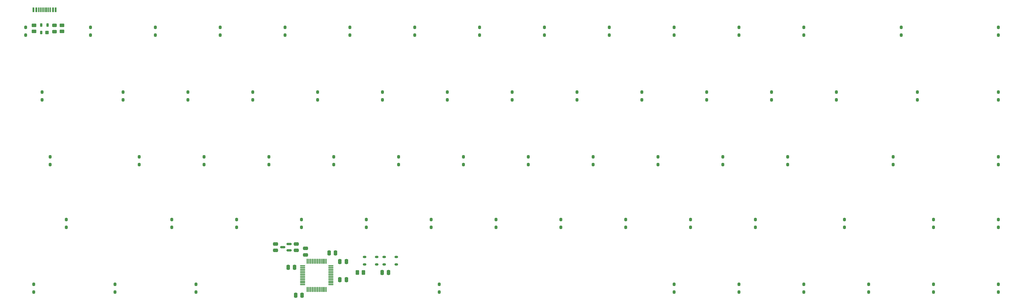
<source format=gbp>
G04 #@! TF.GenerationSoftware,KiCad,Pcbnew,(6.0.2)*
G04 #@! TF.CreationDate,2022-08-27T10:29:13-07:00*
G04 #@! TF.ProjectId,Alps68,416c7073-3638-42e6-9b69-6361645f7063,A*
G04 #@! TF.SameCoordinates,Original*
G04 #@! TF.FileFunction,Paste,Bot*
G04 #@! TF.FilePolarity,Positive*
%FSLAX46Y46*%
G04 Gerber Fmt 4.6, Leading zero omitted, Abs format (unit mm)*
G04 Created by KiCad (PCBNEW (6.0.2)) date 2022-08-27 10:29:13*
%MOMM*%
%LPD*%
G01*
G04 APERTURE LIST*
G04 Aperture macros list*
%AMRoundRect*
0 Rectangle with rounded corners*
0 $1 Rounding radius*
0 $2 $3 $4 $5 $6 $7 $8 $9 X,Y pos of 4 corners*
0 Add a 4 corners polygon primitive as box body*
4,1,4,$2,$3,$4,$5,$6,$7,$8,$9,$2,$3,0*
0 Add four circle primitives for the rounded corners*
1,1,$1+$1,$2,$3*
1,1,$1+$1,$4,$5*
1,1,$1+$1,$6,$7*
1,1,$1+$1,$8,$9*
0 Add four rect primitives between the rounded corners*
20,1,$1+$1,$2,$3,$4,$5,0*
20,1,$1+$1,$4,$5,$6,$7,0*
20,1,$1+$1,$6,$7,$8,$9,0*
20,1,$1+$1,$8,$9,$2,$3,0*%
G04 Aperture macros list end*
%ADD10RoundRect,0.160000X0.240000X-0.340000X0.240000X0.340000X-0.240000X0.340000X-0.240000X-0.340000X0*%
%ADD11RoundRect,0.150000X0.350000X0.150000X-0.350000X0.150000X-0.350000X-0.150000X0.350000X-0.150000X0*%
%ADD12RoundRect,0.250000X0.250000X0.475000X-0.250000X0.475000X-0.250000X-0.475000X0.250000X-0.475000X0*%
%ADD13RoundRect,0.250000X-0.250000X-0.475000X0.250000X-0.475000X0.250000X0.475000X-0.250000X0.475000X0*%
%ADD14RoundRect,0.250000X-0.262500X-0.450000X0.262500X-0.450000X0.262500X0.450000X-0.262500X0.450000X0*%
%ADD15RoundRect,0.250000X0.450000X-0.262500X0.450000X0.262500X-0.450000X0.262500X-0.450000X-0.262500X0*%
%ADD16RoundRect,0.250000X0.475000X-0.250000X0.475000X0.250000X-0.475000X0.250000X-0.475000X-0.250000X0*%
%ADD17R,0.600000X1.450000*%
%ADD18R,0.300000X1.450000*%
%ADD19RoundRect,0.200000X0.300000X0.325000X-0.300000X0.325000X-0.300000X-0.325000X0.300000X-0.325000X0*%
%ADD20RoundRect,0.120000X0.180000X0.405000X-0.180000X0.405000X-0.180000X-0.405000X0.180000X-0.405000X0*%
%ADD21RoundRect,0.150000X0.587500X0.150000X-0.587500X0.150000X-0.587500X-0.150000X0.587500X-0.150000X0*%
%ADD22RoundRect,0.075000X0.662500X0.075000X-0.662500X0.075000X-0.662500X-0.075000X0.662500X-0.075000X0*%
%ADD23RoundRect,0.075000X0.075000X0.662500X-0.075000X0.662500X-0.075000X-0.662500X0.075000X-0.662500X0*%
%ADD24RoundRect,0.243750X0.456250X-0.243750X0.456250X0.243750X-0.456250X0.243750X-0.456250X-0.243750X0*%
G04 APERTURE END LIST*
D10*
X233612500Y-115940119D03*
X233612500Y-113640119D03*
X238375000Y-78410660D03*
X238375000Y-76110660D03*
D11*
X147200200Y-124655400D03*
X143650200Y-124655400D03*
X147200200Y-126855400D03*
X143650200Y-126855400D03*
D10*
X305050000Y-134960660D03*
X305050000Y-132660660D03*
X100262500Y-115940119D03*
X100262500Y-113640119D03*
X190750000Y-59360660D03*
X190750000Y-57060660D03*
X162175000Y-78410660D03*
X162175000Y-76110660D03*
X324100000Y-115940119D03*
X324100000Y-113640119D03*
X57400000Y-59360660D03*
X57400000Y-57060660D03*
X257425000Y-78410660D03*
X257425000Y-76110660D03*
X95500000Y-59360660D03*
X95500000Y-57060660D03*
X214562500Y-115940119D03*
X214562500Y-113640119D03*
X185987500Y-97460660D03*
X185987500Y-95160660D03*
X90737500Y-97460660D03*
X90737500Y-95160660D03*
X324100000Y-134960660D03*
X324100000Y-132660660D03*
D12*
X144917200Y-129184400D03*
X143017200Y-129184400D03*
D10*
X181225000Y-78410660D03*
X181225000Y-76110660D03*
X147887500Y-97460660D03*
X147887500Y-95160660D03*
D13*
X130618000Y-131349660D03*
X132518000Y-131349660D03*
D10*
X159793750Y-134960660D03*
X159793750Y-132660660D03*
X247900000Y-134960660D03*
X247900000Y-132660660D03*
X119312500Y-115940119D03*
X119312500Y-113640119D03*
X247900000Y-59360660D03*
X247900000Y-57060660D03*
D11*
X141417200Y-124661660D03*
X137867200Y-124661660D03*
X137867200Y-126861660D03*
X141417200Y-126861660D03*
D10*
X195512500Y-115940119D03*
X195512500Y-113640119D03*
X64543750Y-134960660D03*
X64543750Y-132660660D03*
D14*
X135735500Y-129190660D03*
X137560500Y-129190660D03*
D10*
X324100000Y-97460660D03*
X324100000Y-95160660D03*
X85975000Y-78410660D03*
X85975000Y-76110660D03*
D15*
X49018000Y-58297360D03*
X49018000Y-56472360D03*
D10*
X50256250Y-115940119D03*
X50256250Y-113640119D03*
X88356250Y-134960660D03*
X88356250Y-132660660D03*
X66925000Y-78410660D03*
X66925000Y-76110660D03*
X228850000Y-59360660D03*
X228850000Y-57060660D03*
X300287500Y-78410660D03*
X300287500Y-76110660D03*
D16*
X117852000Y-122698460D03*
X117852000Y-120798460D03*
D10*
X143125000Y-78410660D03*
X143125000Y-76110660D03*
X219325000Y-78410660D03*
X219325000Y-76110660D03*
X286000000Y-134960660D03*
X286000000Y-132660660D03*
X105025000Y-78410660D03*
X105025000Y-76110660D03*
X40731250Y-134960660D03*
X40731250Y-132660660D03*
X262187500Y-97460660D03*
X262187500Y-95160660D03*
D17*
X40622340Y-51894720D03*
X41422340Y-51894720D03*
D18*
X42622340Y-51894720D03*
X43622340Y-51894720D03*
X44122340Y-51894720D03*
X45122340Y-51894720D03*
D17*
X46322340Y-51894720D03*
X47122340Y-51894720D03*
X47122340Y-51894720D03*
X46322340Y-51894720D03*
D18*
X45622340Y-51894720D03*
X44622340Y-51894720D03*
X43122340Y-51894720D03*
X42122340Y-51894720D03*
D17*
X41422340Y-51894720D03*
X40622340Y-51894720D03*
D10*
X228850000Y-134960660D03*
X228850000Y-132660660D03*
D19*
X44581000Y-58611860D03*
D20*
X42861000Y-58611860D03*
X42861000Y-56411860D03*
X44761000Y-56411860D03*
D16*
X120519000Y-124044660D03*
X120519000Y-122144660D03*
D10*
X176462500Y-115940119D03*
X176462500Y-113640119D03*
X114550000Y-59360660D03*
X114550000Y-57060660D03*
X324100000Y-78410660D03*
X324100000Y-76110660D03*
D12*
X119513200Y-135921660D03*
X117613200Y-135921660D03*
D10*
X278856250Y-115940119D03*
X278856250Y-113640119D03*
D21*
X115741500Y-120798460D03*
X115741500Y-122698460D03*
X113866500Y-121748460D03*
D10*
X128837500Y-97460660D03*
X128837500Y-95160660D03*
X133600000Y-59360660D03*
X133600000Y-57060660D03*
X81212500Y-115940119D03*
X81212500Y-113640119D03*
X109787500Y-97460660D03*
X109787500Y-95160660D03*
X205037500Y-97460660D03*
X205037500Y-95160660D03*
X243137500Y-97460660D03*
X243137500Y-95160660D03*
D16*
X111756000Y-122698460D03*
X111756000Y-120798460D03*
D10*
X171700000Y-59360660D03*
X171700000Y-57060660D03*
X76450000Y-59360660D03*
X76450000Y-57060660D03*
X266950000Y-134960660D03*
X266950000Y-132660660D03*
X200275000Y-78410660D03*
X200275000Y-76110660D03*
X157412500Y-115940119D03*
X157412500Y-113640119D03*
X266950000Y-59360660D03*
X266950000Y-57060660D03*
X43112500Y-78410660D03*
X43112500Y-76110660D03*
X324100000Y-59360660D03*
X324100000Y-57060660D03*
X293143750Y-97460660D03*
X293143750Y-95160660D03*
X45493750Y-97460660D03*
X45493750Y-95160660D03*
D22*
X127983500Y-127304260D03*
X127983500Y-127804260D03*
X127983500Y-128304260D03*
X127983500Y-128804260D03*
X127983500Y-129304260D03*
X127983500Y-129804260D03*
X127983500Y-130304260D03*
X127983500Y-130804260D03*
X127983500Y-131304260D03*
X127983500Y-131804260D03*
X127983500Y-132304260D03*
X127983500Y-132804260D03*
D23*
X126571000Y-134216760D03*
X126071000Y-134216760D03*
X125571000Y-134216760D03*
X125071000Y-134216760D03*
X124571000Y-134216760D03*
X124071000Y-134216760D03*
X123571000Y-134216760D03*
X123071000Y-134216760D03*
X122571000Y-134216760D03*
X122071000Y-134216760D03*
X121571000Y-134216760D03*
X121071000Y-134216760D03*
D22*
X119658500Y-132804260D03*
X119658500Y-132304260D03*
X119658500Y-131804260D03*
X119658500Y-131304260D03*
X119658500Y-130804260D03*
X119658500Y-130304260D03*
X119658500Y-129804260D03*
X119658500Y-129304260D03*
X119658500Y-128804260D03*
X119658500Y-128304260D03*
X119658500Y-127804260D03*
X119658500Y-127304260D03*
D23*
X121071000Y-125891760D03*
X121571000Y-125891760D03*
X122071000Y-125891760D03*
X122571000Y-125891760D03*
X123071000Y-125891760D03*
X123571000Y-125891760D03*
X124071000Y-125891760D03*
X124571000Y-125891760D03*
X125071000Y-125891760D03*
X125571000Y-125891760D03*
X126071000Y-125891760D03*
X126571000Y-125891760D03*
D10*
X38350000Y-59360660D03*
X38350000Y-57060660D03*
D15*
X40811000Y-58297360D03*
X40811000Y-56472360D03*
D10*
X209800000Y-59360660D03*
X209800000Y-57060660D03*
X224087500Y-97460660D03*
X224087500Y-95160660D03*
X124075000Y-78410660D03*
X124075000Y-76110660D03*
D13*
X127447000Y-123435660D03*
X129347000Y-123435660D03*
D10*
X295525000Y-59360660D03*
X295525000Y-57060660D03*
X276475000Y-78410660D03*
X276475000Y-76110660D03*
X71687500Y-97460660D03*
X71687500Y-95160660D03*
X152650000Y-59360660D03*
X152650000Y-57060660D03*
X166937500Y-97460660D03*
X166937500Y-95160660D03*
D13*
X130618000Y-126015660D03*
X132518000Y-126015660D03*
D12*
X117344000Y-127692060D03*
X115444000Y-127692060D03*
D10*
X252662500Y-115940119D03*
X252662500Y-113640119D03*
X305050000Y-115940119D03*
X305050000Y-113640119D03*
D24*
X46811000Y-58322360D03*
X46811000Y-56447360D03*
D10*
X138362500Y-115940119D03*
X138362500Y-113640119D03*
M02*

</source>
